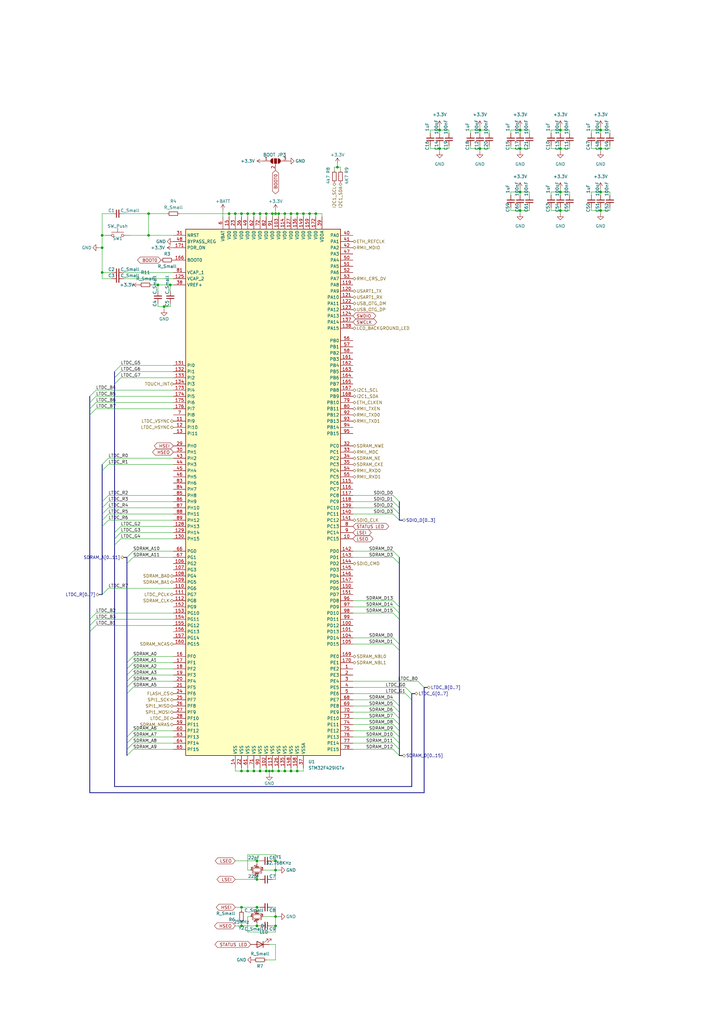
<source format=kicad_sch>
(kicad_sch (version 20211123) (generator eeschema)
  (paper "A3" portrait)
  (junction (at 246.38 60.96))
  (junction (at 60.96 96.52))
  (junction (at 93.98 87.63))
  (junction (at 67.31 125.73))
  (junction (at 229.87 60.96))
  (junction (at 246.38 78.74))
  (junction (at 111.76 316.23))
  (junction (at 99.06 372.11))
  (junction (at 113.03 356.87))
  (junction (at 229.87 86.36))
  (junction (at 41.91 101.6))
  (junction (at 180.34 53.34))
  (junction (at 229.87 78.74))
  (junction (at 101.6 87.63))
  (junction (at 213.36 60.96))
  (junction (at 119.38 87.63))
  (junction (at 99.06 316.23))
  (junction (at 110.49 316.23))
  (junction (at 116.84 316.23))
  (junction (at 113.03 353.06))
  (junction (at 127 87.63))
  (junction (at 113.03 87.63))
  (junction (at 213.36 53.34))
  (junction (at 180.34 60.96))
  (junction (at 111.76 87.63))
  (junction (at 114.3 87.63))
  (junction (at 113.03 375.92))
  (junction (at 105.41 353.06))
  (junction (at 121.92 316.23))
  (junction (at 138.43 68.58))
  (junction (at 116.84 87.63))
  (junction (at 104.14 316.23))
  (junction (at 106.68 87.63))
  (junction (at 246.38 53.34))
  (junction (at 105.41 372.11))
  (junction (at 41.91 96.52))
  (junction (at 124.46 87.63))
  (junction (at 104.14 87.63))
  (junction (at 105.41 360.68))
  (junction (at 109.22 87.63))
  (junction (at 119.38 316.23))
  (junction (at 213.36 78.74))
  (junction (at 114.3 316.23))
  (junction (at 41.91 111.76))
  (junction (at 69.85 116.84))
  (junction (at 196.85 53.34))
  (junction (at 105.41 379.73))
  (junction (at 129.54 87.63))
  (junction (at 246.38 86.36))
  (junction (at 99.06 87.63))
  (junction (at 113.03 379.73))
  (junction (at 121.92 87.63))
  (junction (at 229.87 53.34))
  (junction (at 196.85 60.96))
  (junction (at 101.6 316.23))
  (junction (at 109.22 316.23))
  (junction (at 96.52 87.63))
  (junction (at 106.68 316.23))
  (junction (at 64.77 116.84))
  (junction (at 60.96 87.63))
  (junction (at 213.36 86.36))
  (junction (at 99.06 379.73))
  (bus_entry (at 161.29 304.8) (size 2.54 2.54))
  (bus_entry (at 52.07 271.78) (size 2.54 -2.54))
  (bus_entry (at 161.29 226.06) (size 2.54 2.54))
  (bus_entry (at 36.83 259.08) (size 2.54 -2.54))
  (bus_entry (at 36.83 162.56) (size 2.54 -2.54))
  (bus_entry (at 161.29 287.02) (size 2.54 2.54))
  (bus_entry (at 161.29 297.18) (size 2.54 2.54))
  (bus_entry (at 161.29 294.64) (size 2.54 2.54))
  (bus_entry (at 161.29 205.74) (size 2.54 2.54))
  (bus_entry (at 161.29 264.16) (size 2.54 2.54))
  (bus_entry (at 52.07 284.48) (size 2.54 -2.54))
  (bus_entry (at 161.29 208.28) (size 2.54 2.54))
  (bus_entry (at 41.91 210.82) (size 2.54 -2.54))
  (bus_entry (at 166.37 281.94) (size 2.54 2.54))
  (bus_entry (at 52.07 281.94) (size 2.54 -2.54))
  (bus_entry (at 46.99 223.52) (size 2.54 -2.54))
  (bus_entry (at 52.07 309.88) (size 2.54 -2.54))
  (bus_entry (at 46.99 218.44) (size 2.54 -2.54))
  (bus_entry (at 171.45 279.4) (size 2.54 2.54))
  (bus_entry (at 41.91 208.28) (size 2.54 -2.54))
  (bus_entry (at 52.07 307.34) (size 2.54 -2.54))
  (bus_entry (at 46.99 220.98) (size 2.54 -2.54))
  (bus_entry (at 52.07 231.14) (size 2.54 -2.54))
  (bus_entry (at 161.29 251.46) (size 2.54 2.54))
  (bus_entry (at 161.29 261.62) (size 2.54 2.54))
  (bus_entry (at 161.29 307.34) (size 2.54 2.54))
  (bus_entry (at 52.07 228.6) (size 2.54 -2.54))
  (bus_entry (at 41.91 193.04) (size 2.54 -2.54))
  (bus_entry (at 52.07 276.86) (size 2.54 -2.54))
  (bus_entry (at 161.29 203.2) (size 2.54 2.54))
  (bus_entry (at 166.37 284.48) (size 2.54 2.54))
  (bus_entry (at 161.29 289.56) (size 2.54 2.54))
  (bus_entry (at 36.83 256.54) (size 2.54 -2.54))
  (bus_entry (at 46.99 152.4) (size 2.54 -2.54))
  (bus_entry (at 36.83 254) (size 2.54 -2.54))
  (bus_entry (at 41.91 190.5) (size 2.54 -2.54))
  (bus_entry (at 46.99 157.48) (size 2.54 -2.54))
  (bus_entry (at 161.29 210.82) (size 2.54 2.54))
  (bus_entry (at 41.91 213.36) (size 2.54 -2.54))
  (bus_entry (at 161.29 302.26) (size 2.54 2.54))
  (bus_entry (at 41.91 243.84) (size 2.54 -2.54))
  (bus_entry (at 36.83 167.64) (size 2.54 -2.54))
  (bus_entry (at 36.83 165.1) (size 2.54 -2.54))
  (bus_entry (at 52.07 274.32) (size 2.54 -2.54))
  (bus_entry (at 41.91 205.74) (size 2.54 -2.54))
  (bus_entry (at 46.99 154.94) (size 2.54 -2.54))
  (bus_entry (at 36.83 170.18) (size 2.54 -2.54))
  (bus_entry (at 161.29 246.38) (size 2.54 2.54))
  (bus_entry (at 52.07 302.26) (size 2.54 -2.54))
  (bus_entry (at 161.29 299.72) (size 2.54 2.54))
  (bus_entry (at 41.91 215.9) (size 2.54 -2.54))
  (bus_entry (at 52.07 304.8) (size 2.54 -2.54))
  (bus_entry (at 161.29 248.92) (size 2.54 2.54))
  (bus_entry (at 52.07 279.4) (size 2.54 -2.54))
  (bus_entry (at 161.29 292.1) (size 2.54 2.54))
  (bus_entry (at 161.29 228.6) (size 2.54 2.54))
  (wire (pts (xy 101.6 375.92) (xy 101.6 382.27)))
  (wire (pts (xy 109.22 87.63) (xy 111.76 87.63)))
  (wire (pts (xy 111.76 316.23) (xy 110.49 316.23)))
  (bus (pts (xy 163.83 213.36) (xy 165.1 213.36)))
  (wire (pts (xy 73.66 87.63) (xy 93.98 87.63)))
  (wire (pts (xy 209.55 53.34) (xy 209.55 54.61)))
  (wire (pts (xy 49.53 149.86) (xy 71.12 149.86)))
  (wire (pts (xy 113.03 387.35) (xy 110.49 387.35)))
  (wire (pts (xy 105.41 359.41) (xy 105.41 360.68)))
  (wire (pts (xy 119.38 316.23) (xy 116.84 316.23)))
  (wire (pts (xy 180.34 53.34) (xy 180.34 54.61)))
  (wire (pts (xy 71.12 302.26) (xy 54.61 302.26)))
  (wire (pts (xy 106.68 314.96) (xy 106.68 316.23)))
  (wire (pts (xy 213.36 53.34) (xy 213.36 54.61)))
  (bus (pts (xy 46.99 223.52) (xy 46.99 322.58)))
  (bus (pts (xy 40.64 243.84) (xy 41.91 243.84)))
  (wire (pts (xy 171.45 279.4) (xy 144.78 279.4)))
  (wire (pts (xy 39.37 165.1) (xy 71.12 165.1)))
  (bus (pts (xy 52.07 231.14) (xy 52.07 271.78)))
  (bus (pts (xy 163.83 210.82) (xy 163.83 213.36)))
  (bus (pts (xy 46.99 218.44) (xy 46.99 220.98)))
  (wire (pts (xy 226.06 53.34) (xy 226.06 54.61)))
  (wire (pts (xy 229.87 53.34) (xy 233.68 53.34)))
  (wire (pts (xy 229.87 78.74) (xy 229.87 80.01)))
  (wire (pts (xy 229.87 86.36) (xy 229.87 87.63)))
  (wire (pts (xy 242.57 78.74) (xy 242.57 80.01)))
  (wire (pts (xy 104.14 314.96) (xy 104.14 316.23)))
  (wire (pts (xy 200.66 53.34) (xy 200.66 54.61)))
  (bus (pts (xy 163.83 304.8) (xy 163.83 307.34)))
  (bus (pts (xy 36.83 259.08) (xy 36.83 325.12)))
  (wire (pts (xy 71.12 299.72) (xy 54.61 299.72)))
  (wire (pts (xy 144.78 208.28) (xy 161.29 208.28)))
  (wire (pts (xy 109.22 393.7) (xy 113.03 393.7)))
  (wire (pts (xy 96.52 379.73) (xy 99.06 379.73)))
  (wire (pts (xy 209.55 78.74) (xy 209.55 80.01)))
  (bus (pts (xy 163.83 251.46) (xy 163.83 254)))
  (wire (pts (xy 96.52 316.23) (xy 96.52 314.96)))
  (wire (pts (xy 50.8 87.63) (xy 60.96 87.63)))
  (wire (pts (xy 144.78 203.2) (xy 161.29 203.2)))
  (wire (pts (xy 180.34 52.07) (xy 180.34 53.34)))
  (wire (pts (xy 144.78 307.34) (xy 161.29 307.34)))
  (wire (pts (xy 246.38 78.74) (xy 250.19 78.74)))
  (wire (pts (xy 184.15 53.34) (xy 184.15 54.61)))
  (wire (pts (xy 49.53 215.9) (xy 71.12 215.9)))
  (wire (pts (xy 113.03 372.11) (xy 113.03 375.92)))
  (wire (pts (xy 229.87 85.09) (xy 229.87 86.36)))
  (wire (pts (xy 121.92 316.23) (xy 119.38 316.23)))
  (wire (pts (xy 180.34 53.34) (xy 184.15 53.34)))
  (bus (pts (xy 36.83 256.54) (xy 36.83 259.08)))
  (wire (pts (xy 101.6 87.63) (xy 104.14 87.63)))
  (wire (pts (xy 99.06 87.63) (xy 99.06 88.9)))
  (wire (pts (xy 129.54 87.63) (xy 129.54 88.9)))
  (bus (pts (xy 36.83 170.18) (xy 36.83 254)))
  (wire (pts (xy 250.19 60.96) (xy 246.38 60.96)))
  (wire (pts (xy 44.45 210.82) (xy 71.12 210.82)))
  (wire (pts (xy 217.17 54.61) (xy 217.17 53.34)))
  (bus (pts (xy 52.07 304.8) (xy 52.07 307.34)))
  (wire (pts (xy 105.41 372.11) (xy 99.06 372.11)))
  (wire (pts (xy 106.68 87.63) (xy 109.22 87.63)))
  (wire (pts (xy 110.49 316.23) (xy 110.49 317.5)))
  (wire (pts (xy 242.57 85.09) (xy 242.57 86.36)))
  (wire (pts (xy 246.38 77.47) (xy 246.38 78.74)))
  (bus (pts (xy 41.91 205.74) (xy 41.91 208.28)))
  (wire (pts (xy 105.41 372.11) (xy 106.68 372.11)))
  (wire (pts (xy 233.68 53.34) (xy 233.68 54.61)))
  (wire (pts (xy 213.36 78.74) (xy 213.36 80.01)))
  (wire (pts (xy 124.46 87.63) (xy 124.46 88.9)))
  (bus (pts (xy 46.99 220.98) (xy 46.99 223.52)))
  (wire (pts (xy 60.96 87.63) (xy 68.58 87.63)))
  (wire (pts (xy 111.76 360.68) (xy 113.03 360.68)))
  (wire (pts (xy 229.87 78.74) (xy 233.68 78.74)))
  (wire (pts (xy 41.91 87.63) (xy 45.72 87.63)))
  (wire (pts (xy 39.37 162.56) (xy 71.12 162.56)))
  (wire (pts (xy 67.31 125.73) (xy 69.85 125.73)))
  (bus (pts (xy 52.07 276.86) (xy 52.07 279.4)))
  (wire (pts (xy 99.06 379.73) (xy 99.06 378.46)))
  (wire (pts (xy 69.85 116.84) (xy 71.12 116.84)))
  (wire (pts (xy 144.78 228.6) (xy 161.29 228.6)))
  (wire (pts (xy 113.03 375.92) (xy 113.03 379.73)))
  (wire (pts (xy 119.38 314.96) (xy 119.38 316.23)))
  (bus (pts (xy 52.07 284.48) (xy 52.07 302.26)))
  (wire (pts (xy 116.84 87.63) (xy 116.84 88.9)))
  (wire (pts (xy 213.36 77.47) (xy 213.36 78.74)))
  (wire (pts (xy 105.41 360.68) (xy 106.68 360.68)))
  (wire (pts (xy 101.6 87.63) (xy 101.6 88.9)))
  (wire (pts (xy 50.8 111.76) (xy 71.12 111.76)))
  (wire (pts (xy 49.53 218.44) (xy 71.12 218.44)))
  (wire (pts (xy 144.78 205.74) (xy 161.29 205.74)))
  (bus (pts (xy 46.99 322.58) (xy 168.91 322.58)))
  (bus (pts (xy 46.99 154.94) (xy 46.99 157.48)))
  (wire (pts (xy 132.08 87.63) (xy 132.08 88.9)))
  (wire (pts (xy 111.76 87.63) (xy 113.03 87.63)))
  (wire (pts (xy 137.16 69.85) (xy 137.16 68.58)))
  (wire (pts (xy 96.52 87.63) (xy 96.52 88.9)))
  (wire (pts (xy 121.92 87.63) (xy 124.46 87.63)))
  (wire (pts (xy 104.14 87.63) (xy 104.14 88.9)))
  (wire (pts (xy 114.3 87.63) (xy 114.3 88.9)))
  (wire (pts (xy 101.6 314.96) (xy 101.6 316.23)))
  (bus (pts (xy 163.83 228.6) (xy 163.83 231.14)))
  (wire (pts (xy 193.04 53.34) (xy 196.85 53.34)))
  (bus (pts (xy 36.83 162.56) (xy 36.83 165.1)))
  (wire (pts (xy 229.87 59.69) (xy 229.87 60.96)))
  (wire (pts (xy 50.8 114.3) (xy 71.12 114.3)))
  (bus (pts (xy 163.83 208.28) (xy 163.83 210.82)))
  (wire (pts (xy 114.3 87.63) (xy 116.84 87.63)))
  (wire (pts (xy 116.84 316.23) (xy 114.3 316.23)))
  (bus (pts (xy 36.83 325.12) (xy 173.99 325.12)))
  (wire (pts (xy 101.6 350.52) (xy 113.03 350.52)))
  (wire (pts (xy 113.03 356.87) (xy 107.95 356.87)))
  (wire (pts (xy 71.12 274.32) (xy 54.61 274.32)))
  (wire (pts (xy 44.45 213.36) (xy 71.12 213.36)))
  (wire (pts (xy 49.53 152.4) (xy 71.12 152.4)))
  (wire (pts (xy 139.7 69.85) (xy 139.7 68.58)))
  (wire (pts (xy 111.76 314.96) (xy 111.76 316.23)))
  (wire (pts (xy 121.92 87.63) (xy 121.92 88.9)))
  (wire (pts (xy 246.38 85.09) (xy 246.38 86.36)))
  (wire (pts (xy 144.78 294.64) (xy 161.29 294.64)))
  (bus (pts (xy 52.07 302.26) (xy 52.07 304.8)))
  (wire (pts (xy 119.38 87.63) (xy 121.92 87.63)))
  (wire (pts (xy 96.52 353.06) (xy 105.41 353.06)))
  (wire (pts (xy 193.04 59.69) (xy 193.04 60.96)))
  (wire (pts (xy 44.45 190.5) (xy 71.12 190.5)))
  (wire (pts (xy 39.37 167.64) (xy 71.12 167.64)))
  (wire (pts (xy 209.55 85.09) (xy 209.55 86.36)))
  (wire (pts (xy 113.03 379.73) (xy 111.76 379.73)))
  (wire (pts (xy 213.36 86.36) (xy 213.36 87.63)))
  (wire (pts (xy 60.96 96.52) (xy 71.12 96.52)))
  (wire (pts (xy 114.3 316.23) (xy 111.76 316.23)))
  (bus (pts (xy 163.83 266.7) (xy 163.83 289.56)))
  (wire (pts (xy 109.22 314.96) (xy 109.22 316.23)))
  (wire (pts (xy 71.12 279.4) (xy 54.61 279.4)))
  (bus (pts (xy 41.91 208.28) (xy 41.91 210.82)))
  (wire (pts (xy 138.43 67.31) (xy 138.43 68.58)))
  (bus (pts (xy 52.07 281.94) (xy 52.07 284.48)))
  (wire (pts (xy 71.12 276.86) (xy 54.61 276.86)))
  (wire (pts (xy 64.77 124.46) (xy 64.77 125.73)))
  (wire (pts (xy 213.36 52.07) (xy 213.36 53.34)))
  (wire (pts (xy 209.55 60.96) (xy 213.36 60.96)))
  (wire (pts (xy 105.41 373.38) (xy 105.41 372.11)))
  (wire (pts (xy 105.41 353.06) (xy 105.41 354.33)))
  (wire (pts (xy 99.06 372.11) (xy 99.06 373.38)))
  (wire (pts (xy 217.17 53.34) (xy 213.36 53.34)))
  (wire (pts (xy 233.68 86.36) (xy 229.87 86.36)))
  (wire (pts (xy 44.45 203.2) (xy 71.12 203.2)))
  (wire (pts (xy 69.85 125.73) (xy 69.85 124.46)))
  (wire (pts (xy 217.17 86.36) (xy 213.36 86.36)))
  (wire (pts (xy 246.38 53.34) (xy 246.38 54.61)))
  (wire (pts (xy 166.37 281.94) (xy 144.78 281.94)))
  (bus (pts (xy 163.83 231.14) (xy 163.83 248.92)))
  (wire (pts (xy 226.06 78.74) (xy 226.06 80.01)))
  (bus (pts (xy 52.07 307.34) (xy 52.07 309.88)))
  (wire (pts (xy 246.38 52.07) (xy 246.38 53.34)))
  (bus (pts (xy 41.91 210.82) (xy 41.91 213.36)))
  (bus (pts (xy 163.83 299.72) (xy 163.83 302.26)))
  (wire (pts (xy 60.96 87.63) (xy 60.96 96.52)))
  (wire (pts (xy 114.3 356.87) (xy 113.03 356.87)))
  (wire (pts (xy 196.85 52.07) (xy 196.85 53.34)))
  (wire (pts (xy 242.57 53.34) (xy 246.38 53.34)))
  (wire (pts (xy 246.38 59.69) (xy 246.38 60.96)))
  (wire (pts (xy 45.72 114.3) (xy 41.91 114.3)))
  (wire (pts (xy 99.06 87.63) (xy 101.6 87.63)))
  (bus (pts (xy 52.07 279.4) (xy 52.07 281.94)))
  (wire (pts (xy 39.37 254) (xy 71.12 254)))
  (bus (pts (xy 50.8 228.6) (xy 52.07 228.6)))
  (wire (pts (xy 44.45 208.28) (xy 71.12 208.28)))
  (wire (pts (xy 229.87 77.47) (xy 229.87 78.74)))
  (wire (pts (xy 41.91 101.6) (xy 41.91 96.52)))
  (bus (pts (xy 52.07 271.78) (xy 52.07 274.32)))
  (bus (pts (xy 168.91 284.48) (xy 170.18 284.48)))
  (wire (pts (xy 144.78 248.92) (xy 161.29 248.92)))
  (bus (pts (xy 173.99 281.94) (xy 175.26 281.94)))
  (wire (pts (xy 99.06 316.23) (xy 96.52 316.23)))
  (wire (pts (xy 105.41 379.73) (xy 105.41 378.46)))
  (wire (pts (xy 196.85 60.96) (xy 200.66 60.96)))
  (wire (pts (xy 213.36 85.09) (xy 213.36 86.36)))
  (wire (pts (xy 101.6 316.23) (xy 99.06 316.23)))
  (wire (pts (xy 104.14 316.23) (xy 101.6 316.23)))
  (wire (pts (xy 64.77 116.84) (xy 69.85 116.84)))
  (wire (pts (xy 114.3 314.96) (xy 114.3 316.23)))
  (wire (pts (xy 144.78 304.8) (xy 161.29 304.8)))
  (wire (pts (xy 213.36 78.74) (xy 217.17 78.74)))
  (wire (pts (xy 229.87 53.34) (xy 229.87 54.61)))
  (wire (pts (xy 144.78 302.26) (xy 161.29 302.26)))
  (bus (pts (xy 41.91 193.04) (xy 41.91 205.74)))
  (bus (pts (xy 52.07 274.32) (xy 52.07 276.86)))
  (wire (pts (xy 233.68 59.69) (xy 233.68 60.96)))
  (wire (pts (xy 242.57 60.96) (xy 246.38 60.96)))
  (wire (pts (xy 64.77 125.73) (xy 67.31 125.73)))
  (wire (pts (xy 101.6 382.27) (xy 113.03 382.27)))
  (wire (pts (xy 217.17 85.09) (xy 217.17 86.36)))
  (bus (pts (xy 36.83 254) (xy 36.83 256.54)))
  (wire (pts (xy 250.19 85.09) (xy 250.19 86.36)))
  (bus (pts (xy 163.83 297.18) (xy 163.83 299.72)))
  (wire (pts (xy 41.91 96.52) (xy 41.91 87.63)))
  (wire (pts (xy 124.46 87.63) (xy 127 87.63)))
  (wire (pts (xy 113.03 350.52) (xy 113.03 353.06)))
  (wire (pts (xy 114.3 375.92) (xy 113.03 375.92)))
  (wire (pts (xy 209.55 78.74) (xy 213.36 78.74)))
  (bus (pts (xy 52.07 228.6) (xy 52.07 231.14)))
  (bus (pts (xy 41.91 190.5) (xy 41.91 193.04)))
  (wire (pts (xy 233.68 60.96) (xy 229.87 60.96)))
  (wire (pts (xy 144.78 297.18) (xy 161.29 297.18)))
  (wire (pts (xy 166.37 284.48) (xy 144.78 284.48)))
  (wire (pts (xy 67.31 125.73) (xy 67.31 127)))
  (wire (pts (xy 144.78 287.02) (xy 161.29 287.02)))
  (bus (pts (xy 163.83 289.56) (xy 163.83 292.1)))
  (wire (pts (xy 62.23 116.84) (xy 64.77 116.84)))
  (wire (pts (xy 101.6 356.87) (xy 101.6 350.52)))
  (bus (pts (xy 163.83 294.64) (xy 163.83 297.18)))
  (wire (pts (xy 39.37 251.46) (xy 71.12 251.46)))
  (wire (pts (xy 43.18 96.52) (xy 41.91 96.52)))
  (wire (pts (xy 242.57 53.34) (xy 242.57 54.61)))
  (wire (pts (xy 226.06 85.09) (xy 226.06 86.36)))
  (wire (pts (xy 113.03 86.36) (xy 113.03 87.63)))
  (wire (pts (xy 196.85 59.69) (xy 196.85 60.96)))
  (wire (pts (xy 213.36 59.69) (xy 213.36 60.96)))
  (wire (pts (xy 209.55 86.36) (xy 213.36 86.36)))
  (wire (pts (xy 144.78 289.56) (xy 161.29 289.56)))
  (bus (pts (xy 36.83 165.1) (xy 36.83 167.64)))
  (wire (pts (xy 242.57 59.69) (xy 242.57 60.96)))
  (wire (pts (xy 109.22 316.23) (xy 106.68 316.23)))
  (wire (pts (xy 71.12 304.8) (xy 54.61 304.8)))
  (wire (pts (xy 144.78 264.16) (xy 161.29 264.16)))
  (wire (pts (xy 109.22 87.63) (xy 109.22 88.9)))
  (wire (pts (xy 213.36 53.34) (xy 209.55 53.34)))
  (wire (pts (xy 196.85 53.34) (xy 200.66 53.34)))
  (bus (pts (xy 46.99 152.4) (xy 46.99 154.94)))
  (wire (pts (xy 144.78 292.1) (xy 161.29 292.1)))
  (wire (pts (xy 176.53 53.34) (xy 180.34 53.34)))
  (wire (pts (xy 246.38 86.36) (xy 246.38 87.63)))
  (wire (pts (xy 93.98 88.9) (xy 93.98 87.63)))
  (wire (pts (xy 99.06 314.96) (xy 99.06 316.23)))
  (wire (pts (xy 116.84 314.96) (xy 116.84 316.23)))
  (wire (pts (xy 242.57 86.36) (xy 246.38 86.36)))
  (bus (pts (xy 41.91 213.36) (xy 41.91 215.9)))
  (wire (pts (xy 113.03 393.7) (xy 113.03 387.35)))
  (wire (pts (xy 200.66 60.96) (xy 200.66 59.69)))
  (bus (pts (xy 163.83 307.34) (xy 163.83 309.88)))
  (wire (pts (xy 242.57 78.74) (xy 246.38 78.74)))
  (wire (pts (xy 41.91 111.76) (xy 41.91 101.6)))
  (wire (pts (xy 180.34 60.96) (xy 176.53 60.96)))
  (wire (pts (xy 180.34 59.69) (xy 180.34 60.96)))
  (bus (pts (xy 173.99 325.12) (xy 173.99 281.94)))
  (bus (pts (xy 163.83 248.92) (xy 163.83 251.46)))
  (wire (pts (xy 41.91 114.3) (xy 41.91 111.76)))
  (wire (pts (xy 250.19 86.36) (xy 246.38 86.36)))
  (wire (pts (xy 217.17 60.96) (xy 217.17 59.69)))
  (wire (pts (xy 193.04 54.61) (xy 193.04 53.34)))
  (wire (pts (xy 45.72 111.76) (xy 41.91 111.76)))
  (bus (pts (xy 163.83 292.1) (xy 163.83 294.64)))
  (wire (pts (xy 124.46 314.96) (xy 124.46 316.23)))
  (wire (pts (xy 96.52 360.68) (xy 105.41 360.68)))
  (wire (pts (xy 96.52 87.63) (xy 99.06 87.63)))
  (wire (pts (xy 53.34 96.52) (xy 60.96 96.52)))
  (wire (pts (xy 111.76 372.11) (xy 113.03 372.11)))
  (wire (pts (xy 71.12 281.94) (xy 54.61 281.94)))
  (bus (pts (xy 163.83 264.16) (xy 163.83 266.7)))
  (wire (pts (xy 39.37 160.02) (xy 71.12 160.02)))
  (wire (pts (xy 217.17 78.74) (xy 217.17 80.01)))
  (wire (pts (xy 180.34 60.96) (xy 180.34 62.23)))
  (wire (pts (xy 71.12 226.06) (xy 54.61 226.06)))
  (bus (pts (xy 41.91 215.9) (xy 41.91 243.84)))
  (wire (pts (xy 226.06 59.69) (xy 226.06 60.96)))
  (wire (pts (xy 229.87 52.07) (xy 229.87 53.34)))
  (wire (pts (xy 106.68 316.23) (xy 104.14 316.23)))
  (wire (pts (xy 113.03 87.63) (xy 114.3 87.63)))
  (wire (pts (xy 113.03 382.27) (xy 113.03 379.73)))
  (wire (pts (xy 144.78 251.46) (xy 161.29 251.46)))
  (wire (pts (xy 144.78 299.72) (xy 161.29 299.72)))
  (wire (pts (xy 226.06 78.74) (xy 229.87 78.74)))
  (wire (pts (xy 226.06 60.96) (xy 229.87 60.96)))
  (wire (pts (xy 127 87.63) (xy 129.54 87.63)))
  (wire (pts (xy 229.87 60.96) (xy 229.87 62.23)))
  (wire (pts (xy 102.87 356.87) (xy 101.6 356.87)))
  (wire (pts (xy 49.53 154.94) (xy 71.12 154.94)))
  (wire (pts (xy 184.15 59.69) (xy 184.15 60.96)))
  (wire (pts (xy 113.03 375.92) (xy 107.95 375.92)))
  (wire (pts (xy 93.98 87.63) (xy 96.52 87.63)))
  (wire (pts (xy 113.03 360.68) (xy 113.03 356.87)))
  (bus (pts (xy 168.91 287.02) (xy 168.91 284.48)))
  (wire (pts (xy 144.78 261.62) (xy 161.29 261.62)))
  (wire (pts (xy 193.04 60.96) (xy 196.85 60.96)))
  (wire (pts (xy 71.12 269.24) (xy 54.61 269.24)))
  (bus (pts (xy 36.83 167.64) (xy 36.83 170.18)))
  (wire (pts (xy 106.68 353.06) (xy 105.41 353.06)))
  (wire (pts (xy 127 88.9) (xy 127 87.63)))
  (wire (pts (xy 69.85 119.38) (xy 69.85 116.84)))
  (wire (pts (xy 144.78 246.38) (xy 161.29 246.38)))
  (wire (pts (xy 40.64 101.6) (xy 41.91 101.6)))
  (wire (pts (xy 116.84 87.63) (xy 119.38 87.63)))
  (wire (pts (xy 144.78 210.82) (xy 161.29 210.82)))
  (wire (pts (xy 121.92 314.96) (xy 121.92 316.23)))
  (wire (pts (xy 213.36 60.96) (xy 213.36 62.23)))
  (bus (pts (xy 163.83 205.74) (xy 163.83 208.28)))
  (wire (pts (xy 137.16 68.58) (xy 138.43 68.58)))
  (wire (pts (xy 49.53 220.98) (xy 71.12 220.98)))
  (wire (pts (xy 124.46 316.23) (xy 121.92 316.23)))
  (wire (pts (xy 250.19 53.34) (xy 250.19 54.61)))
  (wire (pts (xy 226.06 86.36) (xy 229.87 86.36)))
  (wire (pts (xy 106.68 87.63) (xy 106.68 88.9)))
  (wire (pts (xy 44.45 205.74) (xy 71.12 205.74)))
  (wire (pts (xy 196.85 53.34) (xy 196.85 54.61)))
  (wire (pts (xy 250.19 78.74) (xy 250.19 80.01)))
  (bus (pts (xy 168.91 322.58) (xy 168.91 287.02)))
  (bus (pts (xy 163.83 309.88) (xy 165.1 309.88)))
  (wire (pts (xy 91.44 86.36) (xy 91.44 88.9)))
  (wire (pts (xy 71.12 228.6) (xy 54.61 228.6)))
  (wire (pts (xy 111.76 87.63) (xy 111.76 88.9)))
  (wire (pts (xy 176.53 60.96) (xy 176.53 59.69)))
  (wire (pts (xy 44.45 187.96) (xy 71.12 187.96)))
  (wire (pts (xy 96.52 372.11) (xy 99.06 372.11)))
  (wire (pts (xy 105.41 379.73) (xy 99.06 379.73)))
  (wire (pts (xy 176.53 54.61) (xy 176.53 53.34)))
  (bus (pts (xy 46.99 157.48) (xy 46.99 218.44)))
  (wire (pts (xy 71.12 271.78) (xy 54.61 271.78)))
  (bus (pts (xy 163.83 254) (xy 163.83 264.16)))
  (wire (pts (xy 233.68 78.74) (xy 233.68 80.01)))
  (wire (pts (xy 196.85 60.96) (xy 196.85 62.23)))
  (wire (pts (xy 71.12 307.34) (xy 54.61 307.34)))
  (wire (pts (xy 44.45 241.3) (xy 71.12 241.3)))
  (wire (pts (xy 226.06 53.34) (xy 229.87 53.34)))
  (wire (pts (xy 39.37 256.54) (xy 71.12 256.54)))
  (wire (pts (xy 102.87 375.92) (xy 101.6 375.92)))
  (wire (pts (xy 106.68 379.73) (xy 105.41 379.73)))
  (wire (pts (xy 209.55 59.69) (xy 209.55 60.96)))
  (wire (pts (xy 184.15 60.96) (xy 180.34 60.96)))
  (wire (pts (xy 250.19 59.69) (xy 250.19 60.96)))
  (wire (pts (xy 144.78 226.06) (xy 161.29 226.06)))
  (wire (pts (xy 129.54 87.63) (xy 132.08 87.63)))
  (wire (pts (xy 104.14 87.63) (xy 106.68 87.63)))
  (wire (pts (xy 246.38 53.34) (xy 250.19 53.34)))
  (wire (pts (xy 119.38 87.63) (xy 119.38 88.9)))
  (wire (pts (xy 113.03 353.06) (xy 111.76 353.06)))
  (wire (pts (xy 139.7 68.58) (xy 138.43 68.58)))
  (wire (pts (xy 246.38 60.96) (xy 246.38 62.23)))
  (wire (pts (xy 246.38 78.74) (xy 246.38 80.01)))
  (wire (pts (xy 110.49 316.23) (xy 109.22 316.23)))
  (wire (pts (xy 113.03 356.87) (xy 113.03 353.06)))
  (wire (pts (xy 64.77 119.38) (xy 64.77 116.84)))
  (wire (pts (xy 233.68 85.09) (xy 233.68 86.36)))
  (wire (pts (xy 213.36 60.96) (xy 217.17 60.96)))
  (bus (pts (xy 163.83 302.26) (xy 163.83 304.8)))
  (label "LTDC_G0" (at 166.37 281.94 180))
  (label "LTDC_R2" (at 44.45 203.2 0))
  (label "LTDC_B7" (at 39.37 167.64 0))
  (label "LTDC_R7" (at 44.45 241.3 0))
  (label "SDRAM_A2" (at 54.61 274.32 0))
  (label "SDRAM_D1" (at 161.29 264.16 180))
  (label "LTDC_B3" (at 39.37 254 0))
  (label "SDRAM_D15" (at 161.29 251.46 180))
  (label "SDRAM_D3" (at 161.29 228.6 180))
  (label "SDRAM_D5" (at 161.29 289.56 180))
  (label "LTDC_R5" (at 44.45 210.82 0))
  (label "SDRAM_A8" (at 54.61 304.8 0))
  (label "LTDC_R1" (at 44.45 190.5 0))
  (label "SDRAM_D4" (at 161.29 287.02 180))
  (label "LTDC_G3" (at 49.53 218.44 0))
  (label "LTDC_B1" (at 39.37 256.54 0))
  (label "LTDC_R3" (at 44.45 205.74 0))
  (label "SDRAM_D2" (at 161.29 226.06 180))
  (label "SDIO_D0" (at 161.29 203.2 180))
  (label "SDRAM_A0" (at 54.61 269.24 0))
  (label "SDIO_D1" (at 161.29 205.74 180))
  (label "SDRAM_D9" (at 161.29 299.72 180))
  (label "SDRAM_A1" (at 54.61 271.78 0))
  (label "LTDC_G2" (at 49.53 215.9 0))
  (label "SDRAM_D8" (at 161.29 297.18 180))
  (label "SDRAM_D14" (at 161.29 248.92 180))
  (label "LTDC_R0" (at 44.45 187.96 0))
  (label "SDRAM_A11" (at 54.61 228.6 0))
  (label "SDRAM_D0" (at 161.29 261.62 180))
  (label "LTDC_G6" (at 49.53 152.4 0))
  (label "SDRAM_A6" (at 54.61 299.72 0))
  (label "LTDC_B5" (at 39.37 162.56 0))
  (label "SDRAM_A3" (at 54.61 276.86 0))
  (label "LTDC_G7" (at 49.53 154.94 0))
  (label "SDRAM_D6" (at 161.29 292.1 180))
  (label "SDIO_D3" (at 161.29 210.82 180))
  (label "SDRAM_A4" (at 54.61 279.4 0))
  (label "LTDC_B4" (at 39.37 160.02 0))
  (label "LTDC_G5" (at 49.53 149.86 0))
  (label "SDRAM_A5" (at 54.61 281.94 0))
  (label "SDIO_D2" (at 161.29 208.28 180))
  (label "SDRAM_A10" (at 54.61 226.06 0))
  (label "LTDC_B0" (at 171.45 279.4 180))
  (label "SDRAM_D13" (at 161.29 246.38 180))
  (label "SDRAM_D11" (at 161.29 304.8 180))
  (label "LTDC_R6" (at 44.45 213.36 0))
  (label "LTDC_R4" (at 44.45 208.28 0))
  (label "SDRAM_A7" (at 54.61 302.26 0))
  (label "LTDC_B6" (at 39.37 165.1 0))
  (label "SDRAM_D10" (at 161.29 302.26 180))
  (label "SDRAM_D12" (at 161.29 307.34 180))
  (label "SDRAM_D7" (at 161.29 294.64 180))
  (label "LTDC_G1" (at 166.37 284.48 180))
  (label "LTDC_B2" (at 39.37 251.46 0))
  (label "LTDC_G4" (at 49.53 220.98 0))
  (label "SDRAM_A9" (at 54.61 307.34 0))
  (global_label "BOOT0" (shape bidirectional) (at 66.04 106.68 180) (property "Intersheet References" "${INTERSHEET_REFS}" (effects hide)))
  (global_label "HSEO" (shape bidirectional) (at 96.52 379.73 180) (property "Intersheet References" "${INTERSHEET_REFS}" (effects hide)))
  (global_label "LSEI" (shape bidirectional) (at 144.78 218.44 0) (property "Intersheet References" "${INTERSHEET_REFS}" (effects hide)))
  (global_label "HSEI" (shape bidirectional) (at 96.52 372.11 180) (property "Intersheet References" "${INTERSHEET_REFS}" (effects hide)))
  (global_label "STATUS LED" (shape bidirectional) (at 102.87 387.35 180) (property "Intersheet References" "${INTERSHEET_REFS}" (effects hide)))
  (global_label "HSEI" (shape bidirectional) (at 71.12 182.88 180) (property "Intersheet References" "${INTERSHEET_REFS}" (effects hide)))
  (global_label "LSEO" (shape bidirectional) (at 96.52 353.06 180) (property "Intersheet References" "${INTERSHEET_REFS}" (effects hide)))
  (global_label "LSEI" (shape bidirectional) (at 96.52 360.68 180) (property "Intersheet References" "${INTERSHEET_REFS}" (effects hide)))
  (global_label "SWDIO" (shape bidirectional) (at 144.78 129.54 0) (property "Intersheet References" "${INTERSHEET_REFS}" (effects hide)))
  (global_label "HSEO" (shape bidirectional) (at 71.12 185.42 180) (property "Intersheet References" "${INTERSHEET_REFS}" (effects hide)))
  (global_label "SWCLK" (shape bidirectional) (at 144.78 132.08 0) (property "Intersheet References" "${INTERSHEET_REFS}" (effects hide)))
  (global_label "BOOT0" (shape bidirectional) (at 113.03 69.85 270) (property "Intersheet References" "${INTERSHEET_REFS}" (effects hide)))
  (global_label "LSEO" (shape bidirectional) (at 144.78 220.98 0) (property "Intersheet References" "${INTERSHEET_REFS}" (effects hide)))
  (global_label "STATUS LED" (shape bidirectional) (at 144.78 215.9 0) (property "Intersheet References" "${INTERSHEET_REFS}" (effects hide)))
  (hierarchical_label "USB_OTG_DM" (shape bidirectional) (at 144.78 124.46 0))
  (hierarchical_label "SDIO_D[0..3]" (shape bidirectional) (at 165.1 213.36 0))
  (hierarchical_label "FLASH_CS" (shape bidirectional) (at 71.12 284.48 180))
  (hierarchical_label "LTDC_PCLK" (shape bidirectional) (at 71.12 243.84 180))
  (hierarchical_label "I2C1_SCL" (shape bidirectional) (at 137.16 74.93 270))
  (hierarchical_label "SDRAM_NBL0" (shape bidirectional) (at 144.78 269.24 0))
  (hierarchical_label "RMII_MDC" (shape bidirectional) (at 144.78 185.42 0))
  (hierarchical_label "SDRAM_BA0" (shape bidirectional) (at 71.12 236.22 180))
  (hierarchical_label "SDRAM_NE" (shape bidirectional) (at 144.78 187.96 0))
  (hierarchical_label "SPI1_MISO" (shape bidirectional) (at 71.12 289.56 180))
  (hierarchical_label "I2C1_SCL" (shape bidirectional) (at 144.78 160.02 0))
  (hierarchical_label "RMII_TXEN" (shape bidirectional) (at 144.78 167.64 0))
  (hierarchical_label "RMII_RXD1" (shape bidirectional) (at 144.78 195.58 0))
  (hierarchical_label "RMII_CRS_DV" (shape bidirectional) (at 144.78 114.3 0))
  (hierarchical_label "LTDC_VSYNC" (shape bidirectional) (at 71.12 172.72 180))
  (hierarchical_label "LCD_BACKGROUND_LED" (shape bidirectional) (at 144.78 134.62 0))
  (hierarchical_label "ETH_REFCLK" (shape bidirectional) (at 144.78 99.06 0))
  (hierarchical_label "USART1_TX" (shape bidirectional) (at 144.78 119.38 0))
  (hierarchical_label "SDRAM_NRAS" (shape bidirectional) (at 71.12 297.18 180))
  (hierarchical_label "ETH_CLKEN" (shape bidirectional) (at 144.78 165.1 0))
  (hierarchical_label "LTDC_G[0..7]" (shape bidirectional) (at 170.18 284.48 0))
  (hierarchical_label "SDIO_CMD" (shape bidirectional) (at 144.78 231.14 0))
  (hierarchical_label "SDRAM_BA1" (shape bidirectional) (at 71.12 238.76 180))
  (hierarchical_label "SDRAM_CKE" (shape bidirectional) (at 144.78 190.5 0))
  (hierarchical_label "SDRAM_A[0..11]" (shape bidirectional) (at 50.8 228.6 180))
  (hierarchical_label "SDRAM_CLK" (shape bidirectional) (at 71.12 246.38 180))
  (hierarchical_label "LTDC_R[0..7]" (shape bidirectional) (at 40.64 243.84 180))
  (hierarchical_label "USART1_RX" (shape bidirectional) (at 144.78 121.92 0))
  (hierarchical_label "I2C1_SDA" (shape bidirectional) (at 144.78 162.56 0))
  (hierarchical_label "LTDC_DE" (shape bidirectional) (at 71.12 294.64 180))
  (hierarchical_label "RMII_RXD0" (shape bidirectional) (at 144.78 193.04 0))
  (hierarchical_label "LTDC_B[0..7]" (shape bidirectional) (at 175.26 281.94 0))
  (hierarchical_label "RMII_TXD0" (shape bidirectional) (at 144.78 170.18 0))
  (hierarchical_label "SDRAM_NWE" (shape bidirectional) (at 144.78 182.88 0))
  (hierarchical_label "SDRAM_D[0..15]" (shape bidirectional) (at 165.1 309.88 0))
  (hierarchical_label "SPI1_MOSI" (shape bidirectional) (at 71.12 292.1 180))
  (hierarchical_label "RMII_TXD1" (shape bidirectional) (at 144.78 172.72 0))
  (hierarchical_label "I2C1_SDA" (shape bidirectional) (at 139.7 74.93 270))
  (hierarchical_label "USB_OTG_DP" (shape bidirectional) (at 144.78 127 0))
  (hierarchical_label "RMII_MDIO" (shape bidirectional) (at 144.78 101.6 0))
  (hierarchical_label "TOUCH_INT" (shape bidirectional) (at 71.12 157.48 180))
  (hierarchical_label "SDRAM_NBL1" (shape bidirectional) (at 144.78 271.78 0))
  (hierarchical_label "SDRAM_NCAS" (shape bidirectional) (at 71.12 264.16 180))
  (hierarchical_label "SDIO_CLK" (shape bidirectional) (at 144.78 213.36 0))
  (hierarchical_label "SPI1_SCK" (shape bidirectional) (at 71.12 287.02 180))
  (hierarchical_label "LTDC_HSYNC" (shape bidirectional) (at 71.12 175.26 180))
  (symbol (lib_id "Device:C_Small") (at 209.55 57.15 180) (unit 1)
    (property "Reference" "C15" (at 208.28 59.69 90))
    (property "Value" "1uF" (at 208.28 52.07 90))
    (property "Footprint" "Capacitor_SMD:C_0603_1608Metric" (effects hide))
  )
  (symbol (lib_id "Device:C_Small") (at 213.36 57.15 180) (unit 1)
    (property "Reference" "C17" (at 212.09 59.69 90))
    (property "Value" "100nF" (at 212.09 52.07 90))
    (property "Footprint" "Capacitor_SMD:C_0603_1608Metric" (effects hide))
  )
  (symbol (lib_id "power:+3.3V") (at 246.38 77.47 0) (mirror y) (unit 1)
    (property "Reference" "#PWR0165" (effects hide))
    (property "Value" "+3.3V" (at 246.38 72.39 0))
  )
  (symbol (lib_id "Device:C_Small") (at 250.19 82.55 180) (unit 1)
    (property "Reference" "C52" (at 248.92 85.09 90))
    (property "Value" "100nF" (at 248.92 77.47 90))
    (property "Footprint" "Capacitor_SMD:C_0603_1608Metric" (effects hide))
  )
  (symbol (lib_id "power:GND") (at 246.38 62.23 0) (mirror y) (unit 1)
    (property "Reference" "#PWR012" (effects hide))
    (property "Value" "GND" (at 246.38 67.31 0))
  )
  (symbol (lib_id "Device:C_Small") (at 213.36 82.55 180) (unit 1)
    (property "Reference" "C60" (at 212.09 85.09 90))
    (property "Value" "100nF" (at 212.09 77.47 90))
    (property "Footprint" "Capacitor_SMD:C_0603_1608Metric" (effects hide))
  )
  (symbol (lib_id "Device:C_Small") (at 217.17 57.15 180) (unit 1)
    (property "Reference" "C21" (at 215.9 59.69 90))
    (property "Value" "100nF" (at 215.9 52.07 90))
    (property "Footprint" "Capacitor_SMD:C_0603_1608Metric" (effects hide))
  )
  (symbol (lib_id "Device:C_Small") (at 48.26 111.76 90) (unit 1)
    (property "Reference" "C2" (at 45.72 110.49 90))
    (property "Value" "C_Small" (at 53.34 110.49 90))
    (property "Footprint" "Capacitor_SMD:C_0603_1608Metric" (effects hide))
  )
  (symbol (lib_id "power:GND") (at 40.64 101.6 270) (mirror x) (unit 1)
    (property "Reference" "#PWR0102" (effects hide))
    (property "Value" "GND" (at 35.56 101.6 90))
  )
  (symbol (lib_id "power:+3.3V") (at 57.15 116.84 90) (unit 1)
    (property "Reference" "#PWR0101" (effects hide))
    (property "Value" "+3.3V" (at 52.07 116.84 90))
  )
  (symbol (lib_id "Device:C_Small") (at 233.68 57.15 180) (unit 1)
    (property "Reference" "C11" (at 232.41 59.69 90))
    (property "Value" "100nF" (at 232.41 52.07 90))
    (property "Footprint" "Capacitor_SMD:C_0603_1608Metric" (effects hide))
  )
  (symbol (lib_id "power:GND") (at 246.38 87.63 0) (mirror y) (unit 1)
    (property "Reference" "#PWR0166" (effects hide))
    (property "Value" "GND" (at 246.38 92.71 0))
  )
  (symbol (lib_id "Device:C_Small") (at 229.87 57.15 180) (unit 1)
    (property "Reference" "C13" (at 228.6 59.69 90))
    (property "Value" "100nF" (at 228.6 52.07 90))
    (property "Footprint" "Capacitor_SMD:C_0603_1608Metric" (effects hide))
  )
  (symbol (lib_id "Device:C_Small") (at 229.87 82.55 180) (unit 1)
    (property "Reference" "C54" (at 228.6 85.09 90))
    (property "Value" "100nF" (at 228.6 77.47 90))
    (property "Footprint" "Capacitor_SMD:C_0603_1608Metric" (effects hide))
  )
  (symbol (lib_id "Device:C_Small") (at 109.22 353.06 270) (mirror x) (unit 1)
    (property "Reference" "C6" (at 111.76 351.79 90))
    (property "Value" "22pF" (at 104.14 351.79 90))
    (property "Footprint" "Capacitor_SMD:C_0603_1608Metric" (effects hide))
  )
  (symbol (lib_id "power:+3.3V") (at 229.87 77.47 0) (mirror y) (unit 1)
    (property "Reference" "#PWR013" (effects hide))
    (property "Value" "+3.3V" (at 229.87 72.39 0))
  )
  (symbol (lib_id "Device:C_Small") (at 69.85 121.92 180) (unit 1)
    (property "Reference" "C5" (at 68.58 124.46 90))
    (property "Value" "C_Small" (at 68.58 116.84 90))
    (property "Footprint" "Capacitor_SMD:C_0603_1608Metric" (effects hide))
  )
  (symbol (lib_id "power:+3.3V") (at 213.36 52.07 0) (mirror y) (unit 1)
    (property "Reference" "#PWR05" (effects hide))
    (property "Value" "+3.3V" (at 213.36 46.99 0))
  )
  (symbol (lib_id "power:+BATT") (at 91.44 86.36 0) (unit 1)
    (property "Reference" "#PWR0112" (effects hide))
    (property "Value" "+BATT" (at 91.44 82.55 0))
  )
  (symbol (lib_id "Device:R_Small") (at 99.06 375.92 0) (unit 1)
    (property "Reference" "R6" (at 96.52 377.1901 0) (effects (justify right)))
    (property "Value" "R_Small" (at 96.52 374.6501 0) (effects (justify right)))
    (property "Footprint" "Resistor_SMD:R_0603_1608Metric" (effects hide))
  )
  (symbol (lib_id "power:GND") (at 213.36 62.23 0) (mirror y) (unit 1)
    (property "Reference" "#PWR06" (effects hide))
    (property "Value" "GND" (at 213.36 67.31 0))
  )
  (symbol (lib_id "Device:Crystal_GND23_Small") (at 105.41 356.87 270) (unit 1)
    (property "Reference" "Y1" (at 114.3 351.4088 90))
    (property "Value" "32.768KHz" (at 114.3 353.9488 90))
    (property "Footprint" "Anh_Footprints:MC306327680KE3ROHS" (effects hide))
  )
  (symbol (lib_id "Device:C_Small") (at 193.04 57.15 180) (unit 1)
    (property "Reference" "C18" (at 191.77 59.69 90))
    (property "Value" "1uF" (at 191.77 52.07 90))
    (property "Footprint" "Capacitor_SMD:C_0603_1608Metric" (effects hide))
  )
  (symbol (lib_id "power:+3.3V") (at 196.85 52.07 0) (mirror y) (unit 1)
    (property "Reference" "#PWR03" (effects hide))
    (property "Value" "+3.3V" (at 196.85 46.99 0))
  )
  (symbol (lib_id "Device:R_Small") (at 139.7 72.39 180) (unit 1)
    (property "Reference" "R9" (at 142.24 69.85 90))
    (property "Value" "4K7" (at 142.24 73.66 90))
    (property "Footprint" "Resistor_SMD:R_0603_1608Metric" (effects hide))
  )
  (symbol (lib_id "Device:C_Small") (at 64.77 121.92 180) (unit 1)
    (property "Reference" "C4" (at 63.5 124.46 90))
    (property "Value" "C_Small" (at 63.5 116.84 90))
    (property "Footprint" "Capacitor_SMD:C_0603_1608Metric" (effects hide))
  )
  (symbol (lib_id "Device:Crystal_GND24_Small") (at 105.41 375.92 270) (unit 1)
    (property "Reference" "Y2" (at 99.06 380.619 90))
    (property "Value" "25MHz" (at 99.06 378.079 90))
    (property "Footprint" "Crystal:Crystal_SMD_3225-4Pin_3.2x2.5mm" (effects hide))
  )
  (symbol (lib_id "power:+3.3V") (at 113.03 86.36 0) (unit 1)
    (property "Reference" "#PWR0109" (effects hide))
    (property "Value" "+3.3V" (at 113.03 82.55 0))
  )
  (symbol (lib_id "Device:C_Small") (at 226.06 82.55 180) (unit 1)
    (property "Reference" "C53" (at 224.79 85.09 90))
    (property "Value" "1uF" (at 224.79 77.47 90))
    (property "Footprint" "Capacitor_SMD:C_0603_1608Metric" (effects hide))
  )
  (symbol (lib_id "Device:R_Small") (at 59.69 116.84 90) (unit 1)
    (property "Reference" "R11" (at 59.69 111.76 90))
    (property "Value" "R_Small" (at 59.69 114.3 90))
    (property "Footprint" "Resistor_SMD:R_0603_1608Metric" (effects hide))
  )
  (symbol (lib_id "Device:LED") (at 106.68 387.35 180) (unit 1)
    (property "Reference" "D1" (at 108.2675 379.73 0))
    (property "Value" "LED" (at 108.2675 382.27 0))
    (property "Footprint" "LED_SMD:LED_0603_1608Metric" (effects hide))
  )
  (symbol (lib_id "Device:C_Small") (at 217.17 82.55 180) (unit 1)
    (property "Reference" "C61" (at 215.9 85.09 90))
    (property "Value" "100nF" (at 215.9 77.47 90))
    (property "Footprint" "Capacitor_SMD:C_0603_1608Metric" (effects hide))
  )
  (symbol (lib_id "power:+3.3V") (at 213.36 77.47 0) (mirror y) (unit 1)
    (property "Reference" "#PWR020" (effects hide))
    (property "Value" "+3.3V" (at 213.36 72.39 0))
  )
  (symbol (lib_id "Switch:SW_Push") (at 48.26 96.52 0) (unit 1)
    (property "Reference" "SW1" (at 48.26 97.79 0))
    (property "Value" "SW_Push" (at 48.26 92.71 0))
    (property "Footprint" "Button_Switch_SMD:SW_SPST_CK_RS282G05A3" (effects hide))
  )
  (symbol (lib_id "Device:C_Small") (at 196.85 57.15 180) (unit 1)
    (property "Reference" "C12" (at 195.58 59.69 90))
    (property "Value" "100nF" (at 195.58 52.07 90))
    (property "Footprint" "Capacitor_SMD:C_0603_1608Metric" (effects hide))
  )
  (symbol (lib_id "power:GND") (at 114.3 356.87 90) (unit 1)
    (property "Reference" "#PWR0106" (effects hide))
    (property "Value" "GND" (at 119.38 356.87 90))
  )
  (symbol (lib_id "Device:C_Small") (at 226.06 57.15 180) (unit 1)
    (property "Reference" "C10" (at 224.79 59.69 90))
    (property "Value" "1uF" (at 224.79 52.07 90))
    (property "Footprint" "Capacitor_SMD:C_0603_1608Metric" (effects hide))
  )
  (symbol (lib_id "Device:C_Small") (at 176.53 57.15 180) (unit 1)
    (property "Reference" "C16" (at 175.26 59.69 90))
    (property "Value" "1uF" (at 175.26 52.07 90))
    (property "Footprint" "Capacitor_SMD:C_0603_1608Metric" (effects hide))
  )
  (symbol (lib_id "power:+3.3V") (at 138.43 67.31 0) (unit 1)
    (property "Reference" "#PWR0121" (effects hide))
    (property "Value" "+3.3V" (at 138.43 63.5 0))
  )
  (symbol (lib_id "Device:C_Small") (at 109.22 360.68 270) (mirror x) (unit 1)
    (property "Reference" "C7" (at 111.76 359.41 90))
    (property "Value" "22pF" (at 104.14 359.41 90))
    (property "Footprint" "Capacitor_SMD:C_0603_1608Metric" (effects hide))
  )
  (symbol (lib_id "power:GND") (at 67.31 127 0) (unit 1)
    (property "Reference" "#PWR0111" (effects hide))
    (property "Value" "GND" (at 67.31 130.81 0))
  )
  (symbol (lib_id "Device:C_Small") (at 109.22 379.73 270) (unit 1)
    (property "Reference" "C9" (at 111.76 381 90))
    (property "Value" "C_Small" (at 104.14 381 90))
    (property "Footprint" "Capacitor_SMD:C_0603_1608Metric" (effects hide))
  )
  (symbol (lib_id "Device:C_Small") (at 250.19 57.15 180) (unit 1)
    (property "Reference" "C49" (at 248.92 59.69 90))
    (property "Value" "100nF" (at 248.92 52.07 90))
    (property "Footprint" "Capacitor_SMD:C_0603_1608Metric" (effects hide))
  )
  (symbol (lib_id "Device:C_Small") (at 242.57 82.55 180) (unit 1)
    (property "Reference" "C50" (at 241.3 85.09 90))
    (property "Value" "1uF" (at 241.3 77.47 90))
    (property "Footprint" "Capacitor_SMD:C_0603_1608Metric" (effects hide))
  )
  (symbol (lib_id "power:GND") (at 110.49 317.5 0) (unit 1)
    (property "Reference" "#PWR0105" (effects hide))
    (property "Value" "GND" (at 110.49 321.31 0))
  )
  (symbol (lib_id "power:+3.3V") (at 229.87 52.07 0) (mirror y) (unit 1)
    (property "Reference" "#PWR0131" (effects hide))
    (property "Value" "+3.3V" (at 229.87 46.99 0))
  )
  (symbol (lib_id "power:+3.3V") (at 71.12 101.6 90) (unit 1)
    (property "Reference" "#PWR0107" (effects hide))
    (property "Value" "+3.3V" (at 64.77 101.6 90))
  )
  (symbol (lib_id "power:GND") (at 118.11 66.04 90) (unit 1)
    (property "Reference" "#PWR0108" (effects hide))
    (property "Value" "GND" (at 123.19 66.04 90))
  )
  (symbol (lib_id "Device:C_Small") (at 242.57 57.15 180) (unit 1)
    (property "Reference" "C47" (at 241.3 59.69 90))
    (property "Value" "1uF" (at 241.3 52.07 90))
    (property "Footprint" "Capacitor_SMD:C_0603_1608Metric" (effects hide))
  )
  (symbol (lib_id "Device:C_Small") (at 246.38 82.55 180) (unit 1)
    (property "Reference" "C51" (at 245.11 85.09 90))
    (property "Value" "100nF" (at 245.11 77.47 90))
    (property "Footprint" "Capacitor_SMD:C_0603_1608Metric" (effects hide))
  )
  (symbol (lib_id "Device:C_Small") (at 48.26 114.3 90) (unit 1)
    (property "Reference" "C3" (at 45.72 113.03 90))
    (property "Value" "C_Small" (at 53.34 113.03 90))
    (property "Footprint" "Capacitor_SMD:C_0603_1608Metric" (effects hide))
  )
  (symbol (lib_id "power:GND") (at 196.85 62.23 0) (mirror y) (unit 1)
    (property "Reference" "#PWR04" (effects hide))
    (property "Value" "GND" (at 196.85 67.31 0))
  )
  (symbol (lib_id "Device:C_Small") (at 184.15 57.15 180) (unit 1)
    (property "Reference" "C19" (at 182.88 59.69 90))
    (property "Value" "100nF" (at 182.88 52.07 90))
    (property "Footprint" "Capacitor_SMD:C_0603_1608Metric" (effects hide))
  )
  (symbol (lib_id "power:GND") (at 229.87 62.23 0) (mirror y) (unit 1)
    (property "Reference" "#PWR0130" (effects hide))
    (property "Value" "GND" (at 229.87 67.31 0))
  )
  (symbol (lib_id "Device:C_Small") (at 109.22 372.11 270) (unit 1)
    (property "Reference" "C8" (at 111.76 373.38 90))
    (property "Value" "C_Small" (at 104.14 373.38 90))
    (property "Footprint" "Capacitor_SMD:C_0603_1608Metric" (effects hide))
  )
  (symbol (lib_id "Jumper:SolderJumper_3_Open") (at 113.03 66.04 0) (unit 1)
    (property "Reference" "JP3" (at 115.57 63.5 0))
    (property "Value" "BOOT" (at 110.49 63.5 0))
    (property "Footprint" "Anh_Footprints:Jump3_0603_Open" (effects hide))
  )
  (symbol (lib_id "Device:C_Small") (at 48.26 87.63 90) (unit 1)
    (property "Reference" "C1" (at 45.72 86.36 90))
    (property "Value" "C_Small" (at 53.34 86.36 90))
    (property "Footprint" "Capacitor_SMD:C_0603_1608Metric" (effects hide))
  )
  (symbol (lib_id "Device:R_Small") (at 71.12 87.63 90) (unit 1)
    (property "Reference" "R4" (at 71.12 82.55 90))
    (property "Value" "R_Small" (at 71.12 85.09 90))
    (property "Footprint" "Resistor_SMD:R_0603_1608Metric" (effects hide))
  )
  (symbol (lib_id "Device:C_Small") (at 200.66 57.15 180) (unit 1)
    (property "Reference" "C20" (at 199.39 59.69 90))
    (property "Value" "100nF" (at 199.39 52.07 90))
    (property "Footprint" "Capacitor_SMD:C_0603_1608Metric" (effects hide))
  )
  (symbol (lib_id "Device:R_Small") (at 68.58 106.68 90) (unit 1)
    (property "Reference" "R3" (at 68.58 104.14 90))
    (property "Value" "R_Small" (at 68.58 109.22 90))
    (property "Footprint" "Resistor_SMD:R_0603_1608Metric" (effects hide))
  )
  (symbol (lib_id "power:+3.3V") (at 180.34 52.07 0) (mirror y) (unit 1)
    (property "Reference" "#PWR01" (effects hide))
    (property "Value" "+3.3V" (at 180.34 46.99 0))
  )
  (symbol (lib_id "power:GND") (at 180.34 62.23 0) (mirror y) (unit 1)
    (property "Reference" "#PWR02" (effects hide))
    (property "Value" "GND" (at 180.34 67.31 0))
  )
  (symbol (lib_id "power:+3.3V") (at 246.38 52.07 0) (mirror y) (unit 1)
    (property "Reference" "#PWR011" (effects hide))
    (property "Value" "+3.3V" (at 246.38 46.99 0))
  )
  (symbol (lib_id "power:GND") (at 114.3 375.92 90) (mirror x) (unit 1)
    (property "Reference" "#PWR0104" (effects hide))
    (property "Value" "GND" (at 119.38 375.92 90))
  )
  (symbol (lib_id "power:GND") (at 229.87 87.63 0) (mirror y) (unit 1)
    (property "Reference" "#PWR014" (effects hide))
    (property "Value" "GND" (at 229.87 92.71 0))
  )
  (symbol (lib_id "Device:C_Small") (at 180.34 57.15 180) (unit 1)
    (property "Reference" "C14" (at 179.07 59.69 90))
    (property "Value" "100nF" (at 179.07 52.07 90))
    (property "Footprint" "Capacitor_SMD:C_0603_1608Metric" (effects hide))
  )
  (symbol (lib_id "power:GND") (at 213.36 87.63 0) (mirror y) (unit 1)
    (property "Reference" "#PWR021" (effects hide))
    (property "Value" "GND" (at 213.36 92.71 0))
  )
  (symbol (lib_id "Device:C_Small") (at 246.38 57.15 180) (unit 1)
    (property "Reference" "C48" (at 245.11 59.69 90))
    (property "Value" "100nF" (at 245.11 52.07 90))
    (property "Footprint" "Capacitor_SMD:C_0603_1608Metric" (effects hide))
  )
  (symbol (lib_id "Device:R_Small") (at 137.16 72.39 180) (unit 1)
    (property "Reference" "R8" (at 134.62 69.85 90))
    (property "Value" "4k7" (at 134.62 73.66 90))
    (property "Footprint" "Resistor_SMD:R_0603_1608Metric" (effects hide))
  )
  (symbol (lib_id "power:GND") (at 71.12 99.06 270) (unit 1)
    (property "Reference" "#PWR0113" (effects hide))
    (property "Value" "GND" (at 66.04 99.06 90))
  )
  (symbol (lib_id "Device:C_Small") (at 209.55 82.55 180) (unit 1)
    (property "Reference" "C59" (at 208.28 85.09 90))
    (property "Value" "1uF" (at 208.28 77.47 90))
    (property "Footprint" "Capacitor_SMD:C_0603_1608Metric" (effects hide))
  )
  (symbol (lib_id "Device:C_Small") (at 233.68 82.55 180) (unit 1)
    (property "Reference" "C55" (at 232.41 85.09 90))
    (property "Value" "100nF" (at 232.41 77.47 90))
    (property "Footprint" "Capacitor_SMD:C_0603_1608Metric" (effects hide))
  )
  (symbol (lib_id "Device:R_Small") (at 106.68 393.7 90) (unit 1)
    (property "Reference" "R7" (at 106.68 396.24 90))
    (property "Value" "R_Small" (at 106.68 391.16 90))
    (property "Footprint" "Resistor_SMD:R_0603_1608Metric" (effects hide))
  )
  (symbol (lib_id "power:+3.3V") (at 107.95 66.04 90) (unit 1)
    (property "Reference" "#PWR0110" (effects hide))
    (property "Value" "+3.3V" (at 101.6 66.04 90))
  )
  (symbol (lib_id "power:GND") (at 104.14 393.7 270) (mirror x) (unit 1)
    (property "Reference" "#PWR0103" (effects hide))
    (property "Value" "GND" (at 99.06 393.7 90))
  )
  (symbol (lib_id "MCU_ST_STM32F4:STM32F429IGTx") (at 109.22 200.66 0) (unit 1)
    (property "Reference" "U1" (at 126.4794 312.42 0) (effects (justify left)))
    (property "Value" "STM32F429IGTx" (at 126.4794 314.96 0) (effects (justify left)))
    (property "Footprint" "Package_QFP:LQFP-176_24x24mm_P0.5mm" (effects hide))
    (property "Datasheet" "http://www.st.com/st-web-ui/static/active/en/resource/technical/document/datasheet/DM00071990.pdf" (effects hide))
  )
)
</source>
